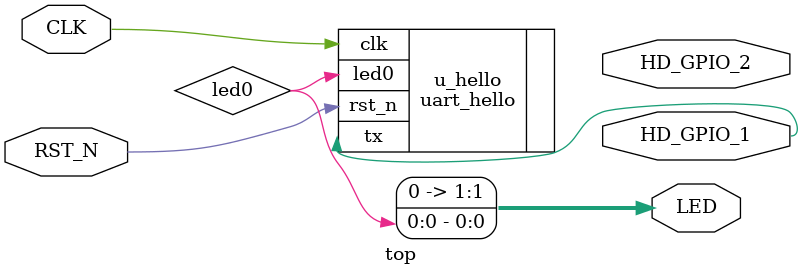
<source format=v>
module top (
    input wire CLK,
    input wire RST_N,
    output wire [1:0] LED,
    output wire HD_GPIO_1,  // J5 pin5 (UART0_TxD)
    output wire HD_GPIO_2  // J5 pin7 (UART0_RxD)
);
  wire led0;

  uart_hello #(
      .CLOCK_FREQUENCY(100_000_000),
      .BAUD_RATE(115200)
  ) u_hello (
      .clk(CLK),
      .rst_n(RST_N),
      .tx(HD_GPIO_1),
      .led0(led0)
  );

  assign LED[0] = led0;
  assign LED[1] = 1'b0;
endmodule

</source>
